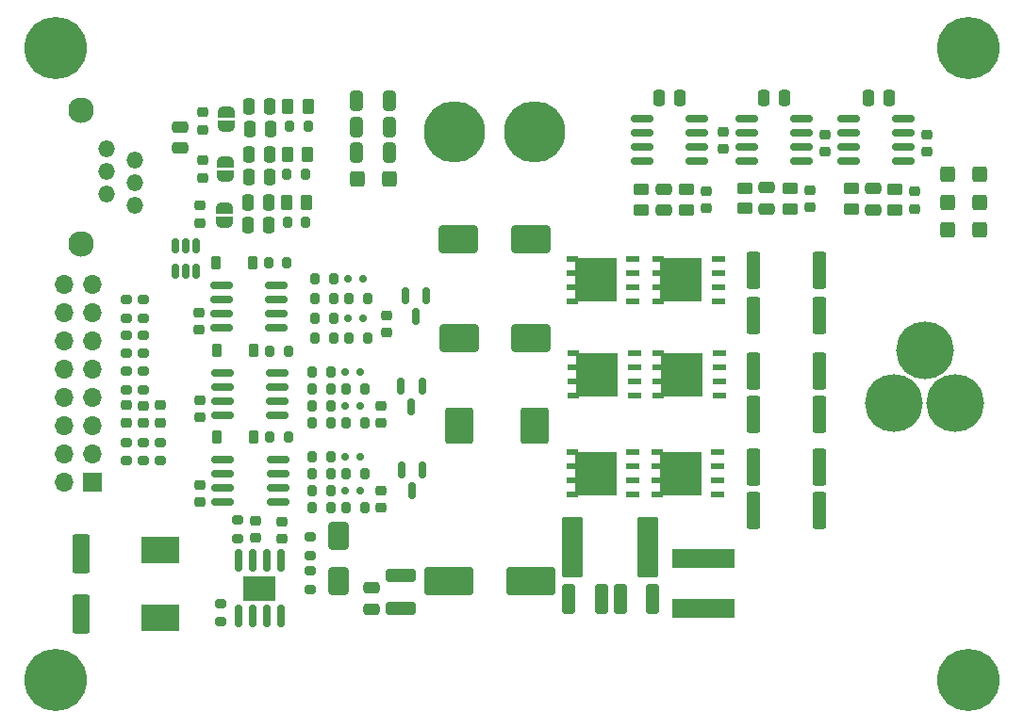
<source format=gbr>
%TF.GenerationSoftware,KiCad,Pcbnew,8.0.1*%
%TF.CreationDate,2024-09-08T16:38:14+01:00*%
%TF.ProjectId,BaselineRP2040MotorController,42617365-6c69-46e6-9552-50323034304d,rev?*%
%TF.SameCoordinates,Original*%
%TF.FileFunction,Soldermask,Top*%
%TF.FilePolarity,Negative*%
%FSLAX46Y46*%
G04 Gerber Fmt 4.6, Leading zero omitted, Abs format (unit mm)*
G04 Created by KiCad (PCBNEW 8.0.1) date 2024-09-08 16:38:14*
%MOMM*%
%LPD*%
G01*
G04 APERTURE LIST*
G04 Aperture macros list*
%AMRoundRect*
0 Rectangle with rounded corners*
0 $1 Rounding radius*
0 $2 $3 $4 $5 $6 $7 $8 $9 X,Y pos of 4 corners*
0 Add a 4 corners polygon primitive as box body*
4,1,4,$2,$3,$4,$5,$6,$7,$8,$9,$2,$3,0*
0 Add four circle primitives for the rounded corners*
1,1,$1+$1,$2,$3*
1,1,$1+$1,$4,$5*
1,1,$1+$1,$6,$7*
1,1,$1+$1,$8,$9*
0 Add four rect primitives between the rounded corners*
20,1,$1+$1,$2,$3,$4,$5,0*
20,1,$1+$1,$4,$5,$6,$7,0*
20,1,$1+$1,$6,$7,$8,$9,0*
20,1,$1+$1,$8,$9,$2,$3,0*%
%AMFreePoly0*
4,1,19,0.500000,-0.750000,0.000000,-0.750000,0.000000,-0.744911,-0.071157,-0.744911,-0.207708,-0.704816,-0.327430,-0.627875,-0.420627,-0.520320,-0.479746,-0.390866,-0.500000,-0.250000,-0.500000,0.250000,-0.479746,0.390866,-0.420627,0.520320,-0.327430,0.627875,-0.207708,0.704816,-0.071157,0.744911,0.000000,0.744911,0.000000,0.750000,0.500000,0.750000,0.500000,-0.750000,0.500000,-0.750000,
$1*%
%AMFreePoly1*
4,1,19,0.000000,0.744911,0.071157,0.744911,0.207708,0.704816,0.327430,0.627875,0.420627,0.520320,0.479746,0.390866,0.500000,0.250000,0.500000,-0.250000,0.479746,-0.390866,0.420627,-0.520320,0.327430,-0.627875,0.207708,-0.704816,0.071157,-0.744911,0.000000,-0.744911,0.000000,-0.750000,-0.500000,-0.750000,-0.500000,0.750000,0.000000,0.750000,0.000000,0.744911,0.000000,0.744911,
$1*%
G04 Aperture macros list end*
%ADD10RoundRect,0.200000X0.275000X-0.200000X0.275000X0.200000X-0.275000X0.200000X-0.275000X-0.200000X0*%
%ADD11RoundRect,0.225000X0.250000X-0.225000X0.250000X0.225000X-0.250000X0.225000X-0.250000X-0.225000X0*%
%ADD12RoundRect,0.250000X-0.362500X-1.425000X0.362500X-1.425000X0.362500X1.425000X-0.362500X1.425000X0*%
%ADD13RoundRect,0.225000X0.225000X0.375000X-0.225000X0.375000X-0.225000X-0.375000X0.225000X-0.375000X0*%
%ADD14RoundRect,0.250000X-0.400000X-0.450000X0.400000X-0.450000X0.400000X0.450000X-0.400000X0.450000X0*%
%ADD15RoundRect,0.250000X0.262500X0.450000X-0.262500X0.450000X-0.262500X-0.450000X0.262500X-0.450000X0*%
%ADD16RoundRect,0.250000X-0.712500X-2.475000X0.712500X-2.475000X0.712500X2.475000X-0.712500X2.475000X0*%
%ADD17C,5.200000*%
%ADD18RoundRect,0.250000X1.100000X-0.325000X1.100000X0.325000X-1.100000X0.325000X-1.100000X-0.325000X0*%
%ADD19RoundRect,0.250000X-0.475000X0.250000X-0.475000X-0.250000X0.475000X-0.250000X0.475000X0.250000X0*%
%ADD20RoundRect,0.250000X1.950000X1.000000X-1.950000X1.000000X-1.950000X-1.000000X1.950000X-1.000000X0*%
%ADD21RoundRect,0.150000X0.150000X0.200000X-0.150000X0.200000X-0.150000X-0.200000X0.150000X-0.200000X0*%
%ADD22RoundRect,0.225000X-0.250000X0.225000X-0.250000X-0.225000X0.250000X-0.225000X0.250000X0.225000X0*%
%ADD23RoundRect,0.200000X0.200000X0.275000X-0.200000X0.275000X-0.200000X-0.275000X0.200000X-0.275000X0*%
%ADD24RoundRect,0.150000X-0.825000X-0.150000X0.825000X-0.150000X0.825000X0.150000X-0.825000X0.150000X0*%
%ADD25RoundRect,0.200000X-0.200000X-0.275000X0.200000X-0.275000X0.200000X0.275000X-0.200000X0.275000X0*%
%ADD26RoundRect,0.250000X0.450000X-0.262500X0.450000X0.262500X-0.450000X0.262500X-0.450000X-0.262500X0*%
%ADD27RoundRect,0.250000X-0.325000X-1.100000X0.325000X-1.100000X0.325000X1.100000X-0.325000X1.100000X0*%
%ADD28C,5.500000*%
%ADD29RoundRect,0.250000X-0.250000X-0.475000X0.250000X-0.475000X0.250000X0.475000X-0.250000X0.475000X0*%
%ADD30RoundRect,0.150000X-0.150000X0.512500X-0.150000X-0.512500X0.150000X-0.512500X0.150000X0.512500X0*%
%ADD31RoundRect,0.150000X-0.150000X0.587500X-0.150000X-0.587500X0.150000X-0.587500X0.150000X0.587500X0*%
%ADD32R,3.500000X2.350000*%
%ADD33RoundRect,0.250000X0.325000X0.650000X-0.325000X0.650000X-0.325000X-0.650000X0.325000X-0.650000X0*%
%ADD34RoundRect,0.250000X1.500000X1.000000X-1.500000X1.000000X-1.500000X-1.000000X1.500000X-1.000000X0*%
%ADD35RoundRect,0.250000X0.250000X0.475000X-0.250000X0.475000X-0.250000X-0.475000X0.250000X-0.475000X0*%
%ADD36C,2.300000*%
%ADD37O,1.500000X1.500000*%
%ADD38RoundRect,0.250000X-0.550000X1.500000X-0.550000X-1.500000X0.550000X-1.500000X0.550000X1.500000X0*%
%ADD39R,1.270000X0.610000*%
%ADD40R,3.810000X3.910000*%
%ADD41R,1.020000X0.610000*%
%ADD42RoundRect,0.200000X-0.275000X0.200000X-0.275000X-0.200000X0.275000X-0.200000X0.275000X0.200000X0*%
%ADD43RoundRect,0.250000X0.475000X-0.250000X0.475000X0.250000X-0.475000X0.250000X-0.475000X-0.250000X0*%
%ADD44C,3.600000*%
%ADD45C,5.600000*%
%ADD46RoundRect,0.150000X0.150000X-0.825000X0.150000X0.825000X-0.150000X0.825000X-0.150000X-0.825000X0*%
%ADD47R,3.000000X2.290000*%
%ADD48FreePoly0,90.000000*%
%ADD49FreePoly1,90.000000*%
%ADD50RoundRect,0.250000X-1.000000X1.400000X-1.000000X-1.400000X1.000000X-1.400000X1.000000X1.400000X0*%
%ADD51R,1.700000X1.700000*%
%ADD52O,1.700000X1.700000*%
%ADD53R,5.700000X1.700000*%
%ADD54RoundRect,0.250000X0.400000X0.450000X-0.400000X0.450000X-0.400000X-0.450000X0.400000X-0.450000X0*%
%ADD55RoundRect,0.250000X-0.650000X1.000000X-0.650000X-1.000000X0.650000X-1.000000X0.650000X1.000000X0*%
G04 APERTURE END LIST*
D10*
%TO.C,R5*%
X160274002Y-83946000D03*
X160274000Y-82296002D03*
%TD*%
%TO.C,R11*%
X160273997Y-71120000D03*
X160273995Y-69470002D03*
%TD*%
D11*
%TO.C,C43*%
X167103518Y-54162611D03*
X167103522Y-52612615D03*
%TD*%
D12*
%TO.C,R47*%
X216579000Y-84518000D03*
X222504000Y-84518000D03*
%TD*%
D13*
%TO.C,D10*%
X171690744Y-81811391D03*
X168390742Y-81811397D03*
%TD*%
D14*
%TO.C,D5*%
X233993869Y-63132285D03*
X236893869Y-63132285D03*
%TD*%
D15*
%TO.C,R55*%
X176548516Y-56435611D03*
X174723520Y-56435613D03*
%TD*%
D16*
%TO.C,F1*%
X200320501Y-91694001D03*
X207095499Y-91693999D03*
%TD*%
D17*
%TO.C,J3*%
X231948719Y-73978431D03*
X229198719Y-78741569D03*
X234696000Y-78740000D03*
%TD*%
D18*
%TO.C,C51*%
X184912002Y-97233002D03*
X184911998Y-94282998D03*
%TD*%
D19*
%TO.C,C30*%
X227300043Y-59475463D03*
X227300043Y-61375463D03*
%TD*%
D20*
%TO.C,C49*%
X196596000Y-94742000D03*
X189195998Y-94741996D03*
%TD*%
D21*
%TO.C,D11*%
X179894003Y-83566000D03*
X181294003Y-83566000D03*
%TD*%
D12*
%TO.C,R22*%
X216578997Y-70866000D03*
X222503997Y-70866000D03*
%TD*%
D22*
%TO.C,C2*%
X160273997Y-78955012D03*
X160274001Y-80505004D03*
%TD*%
D23*
%TO.C,R18*%
X181926999Y-69341998D03*
X180277001Y-69342002D03*
%TD*%
D11*
%TO.C,C23*%
X183133998Y-80530998D03*
X183134002Y-78981002D03*
%TD*%
D10*
%TO.C,R36*%
X161797999Y-77532999D03*
X161797997Y-75883001D03*
%TD*%
D24*
%TO.C,U8*%
X215965001Y-53213000D03*
X215964998Y-54482998D03*
X215964999Y-55753001D03*
X215965001Y-57023000D03*
X220914999Y-57023000D03*
X220915002Y-55753002D03*
X220915001Y-54482999D03*
X220914999Y-53213000D03*
%TD*%
D25*
%TO.C,R16*%
X177229000Y-69342000D03*
X178879000Y-69342000D03*
%TD*%
D26*
%TO.C,R45*%
X225334555Y-61310226D03*
X225334553Y-59485228D03*
%TD*%
%TO.C,R32*%
X215764745Y-61262427D03*
X215764743Y-59437429D03*
%TD*%
D23*
%TO.C,R31*%
X181673001Y-77469995D03*
X180022999Y-77470005D03*
%TD*%
D13*
%TO.C,D6*%
X171703997Y-74040997D03*
X168403995Y-74041003D03*
%TD*%
D27*
%TO.C,C64*%
X204586756Y-96373924D03*
X207536758Y-96373920D03*
%TD*%
D19*
%TO.C,C18*%
X208534000Y-59503049D03*
X208534000Y-61403049D03*
%TD*%
D28*
%TO.C,J4*%
X189693999Y-54356000D03*
X196894001Y-54356000D03*
%TD*%
D15*
%TO.C,R53*%
X176592996Y-52115998D03*
X174768000Y-52116000D03*
%TD*%
D29*
%TO.C,C44*%
X171324996Y-54147998D03*
X173224996Y-54147998D03*
%TD*%
D25*
%TO.C,R25*%
X173150787Y-74062751D03*
X174800787Y-74062751D03*
%TD*%
D15*
%TO.C,R51*%
X176454972Y-60709999D03*
X174629976Y-60710001D03*
%TD*%
D10*
%TO.C,R37*%
X160273998Y-77532999D03*
X160273996Y-75883001D03*
%TD*%
D12*
%TO.C,R21*%
X216579000Y-66802000D03*
X222504000Y-66802000D03*
%TD*%
D25*
%TO.C,R26*%
X176975000Y-75916000D03*
X178625000Y-75916000D03*
%TD*%
D14*
%TO.C,D13*%
X234008000Y-58166000D03*
X236908000Y-58166000D03*
%TD*%
D11*
%TO.C,C26*%
X221650000Y-61159241D03*
X221650000Y-59609241D03*
%TD*%
D10*
%TO.C,R57*%
X170274004Y-90914374D03*
X170273994Y-89264374D03*
%TD*%
D30*
%TO.C,U11*%
X166557997Y-64648501D03*
X165607997Y-64648501D03*
X164657997Y-64648499D03*
X164657997Y-66923499D03*
X165607997Y-66923499D03*
X166557997Y-66923501D03*
%TD*%
D31*
%TO.C,Q2*%
X186812002Y-77216000D03*
X184912000Y-77216000D03*
X185862003Y-79090999D03*
%TD*%
D26*
%TO.C,R46*%
X229289212Y-61359399D03*
X229289210Y-59534401D03*
%TD*%
D32*
%TO.C,L1*%
X163322000Y-98021000D03*
X163322000Y-91971000D03*
%TD*%
D25*
%TO.C,R13*%
X177228997Y-67564000D03*
X178878997Y-67564000D03*
%TD*%
D29*
%TO.C,C47*%
X171261997Y-58466000D03*
X173161997Y-58466000D03*
%TD*%
D33*
%TO.C,C35*%
X183883237Y-53922110D03*
X180933235Y-53922114D03*
%TD*%
D34*
%TO.C,C37*%
X196608785Y-72914679D03*
X190108781Y-72914683D03*
%TD*%
D35*
%TO.C,C31*%
X228788000Y-51308000D03*
X226888000Y-51308000D03*
%TD*%
D36*
%TO.C,J2*%
X156195997Y-52417997D03*
X156195996Y-64417999D03*
D37*
X160995997Y-60967997D03*
X158495997Y-59947999D03*
X161035997Y-58928000D03*
X158495998Y-57907999D03*
X161035997Y-56887998D03*
X158495996Y-55867997D03*
%TD*%
D25*
%TO.C,R29*%
X176975000Y-77470000D03*
X178625000Y-77470000D03*
%TD*%
%TO.C,R39*%
X176975003Y-83566000D03*
X178625003Y-83566000D03*
%TD*%
D38*
%TO.C,C60*%
X156209999Y-92296000D03*
X156209995Y-97696000D03*
%TD*%
D24*
%TO.C,U5*%
X168793450Y-68199000D03*
X168793449Y-69468999D03*
X168793449Y-70739001D03*
X168793451Y-72009000D03*
X173743450Y-72009000D03*
X173743451Y-70739001D03*
X173743451Y-69468999D03*
X173743449Y-68199000D03*
%TD*%
D29*
%TO.C,C41*%
X171178474Y-62742000D03*
X173078474Y-62742000D03*
%TD*%
D11*
%TO.C,C55*%
X171827381Y-90865683D03*
X171827381Y-89315683D03*
%TD*%
D10*
%TO.C,R4*%
X161798000Y-83946000D03*
X161797990Y-82296000D03*
%TD*%
D14*
%TO.C,D9*%
X234008000Y-60706000D03*
X236908000Y-60706000D03*
%TD*%
D31*
%TO.C,Q1*%
X187198000Y-69088000D03*
X185297997Y-69088001D03*
X186248000Y-70963000D03*
%TD*%
D25*
%TO.C,R15*%
X180277000Y-72898000D03*
X181927000Y-72898000D03*
%TD*%
D27*
%TO.C,C65*%
X199954603Y-96377211D03*
X202904603Y-96377211D03*
%TD*%
D39*
%TO.C,AL3*%
X213360000Y-85724999D03*
X213360000Y-84454999D03*
X213359997Y-86995000D03*
X213360001Y-83185000D03*
D40*
X209999999Y-85090000D03*
D41*
X207895000Y-83185001D03*
X207894998Y-84455003D03*
X207894997Y-86994999D03*
X207894996Y-85725001D03*
%TD*%
D42*
%TO.C,R56*%
X168734090Y-96775263D03*
X168734096Y-98425261D03*
%TD*%
D24*
%TO.C,U6*%
X206567001Y-53213000D03*
X206566998Y-54482998D03*
X206566999Y-55753001D03*
X206567003Y-57022999D03*
X211516999Y-57023000D03*
X211517002Y-55753002D03*
X211517001Y-54482999D03*
X211516997Y-53213001D03*
%TD*%
D25*
%TO.C,R42*%
X176975003Y-85090000D03*
X178625003Y-85090000D03*
%TD*%
D43*
%TO.C,C48*%
X165100000Y-55814000D03*
X165100000Y-53914000D03*
%TD*%
D22*
%TO.C,C3*%
X163321995Y-78955012D03*
X163321999Y-80505004D03*
%TD*%
D39*
%TO.C,AL1*%
X213432010Y-67055995D03*
X213432009Y-68325997D03*
X213432006Y-69595995D03*
X213432011Y-65785996D03*
D40*
X210072007Y-67690995D03*
D41*
X207967006Y-68325992D03*
X207967005Y-67055994D03*
X207967005Y-65786000D03*
X207967004Y-69595990D03*
%TD*%
D39*
%TO.C,AL2*%
X213490001Y-76834999D03*
X213490001Y-75564999D03*
X213489998Y-78105000D03*
X213490002Y-74295000D03*
D40*
X210130000Y-76200000D03*
D41*
X208025001Y-74295001D03*
X208024999Y-75565003D03*
X208024998Y-78104999D03*
X208024997Y-76835001D03*
%TD*%
D11*
%TO.C,C20*%
X212343998Y-61226998D03*
X212344002Y-59677002D03*
%TD*%
D39*
%TO.C,AH2*%
X205870001Y-76834999D03*
X205870001Y-75564999D03*
X205869998Y-78105000D03*
X205870002Y-74295000D03*
D40*
X202510000Y-76200000D03*
D41*
X200405001Y-74295001D03*
X200404999Y-75565003D03*
X200404998Y-78104999D03*
X200404997Y-76835001D03*
%TD*%
D11*
%TO.C,C46*%
X167103518Y-58480611D03*
X167103522Y-56930615D03*
%TD*%
D10*
%TO.C,R58*%
X176769188Y-92442921D03*
X176769178Y-90792919D03*
%TD*%
D29*
%TO.C,C39*%
X171178474Y-60706000D03*
X173078474Y-60706000D03*
%TD*%
D19*
%TO.C,C24*%
X217736742Y-59399928D03*
X217736742Y-61299928D03*
%TD*%
D26*
%TO.C,R19*%
X206502001Y-61393858D03*
X206501999Y-59568860D03*
%TD*%
D44*
%TO.C,H2*%
X235900000Y-103600000D03*
D45*
X235900000Y-103600000D03*
%TD*%
D25*
%TO.C,R12*%
X173024314Y-66175595D03*
X174674314Y-66175595D03*
%TD*%
%TO.C,R14*%
X177229000Y-71120000D03*
X178879000Y-71120000D03*
%TD*%
%TO.C,R17*%
X177229000Y-72898000D03*
X178879000Y-72898000D03*
%TD*%
%TO.C,R38*%
X173164997Y-81788000D03*
X174814997Y-81788000D03*
%TD*%
D12*
%TO.C,R35*%
X216579000Y-79756000D03*
X222504000Y-79756000D03*
%TD*%
D25*
%TO.C,R27*%
X176975000Y-78994000D03*
X178625000Y-78994000D03*
%TD*%
D22*
%TO.C,C33*%
X213867998Y-54343002D03*
X213868002Y-55892998D03*
%TD*%
D46*
%TO.C,U13*%
X170322999Y-97866999D03*
X171593001Y-97867001D03*
X172863007Y-97867004D03*
X174133002Y-97866998D03*
X174133003Y-92917003D03*
X172863001Y-92917001D03*
X171592995Y-92916998D03*
X170323000Y-92917004D03*
D47*
X172228001Y-95392001D03*
%TD*%
D11*
%TO.C,C17*%
X183641998Y-72390000D03*
X183642002Y-70840004D03*
%TD*%
D10*
%TO.C,R23*%
X161797997Y-74293998D03*
X161797995Y-72644000D03*
%TD*%
D12*
%TO.C,R34*%
X216579000Y-75882000D03*
X222504000Y-75882000D03*
%TD*%
D26*
%TO.C,R20*%
X210566001Y-61364499D03*
X210565999Y-59539501D03*
%TD*%
D11*
%TO.C,C22*%
X166877998Y-80022998D03*
X166878002Y-78473002D03*
%TD*%
D35*
%TO.C,C25*%
X219390000Y-51308000D03*
X217490000Y-51308000D03*
%TD*%
D33*
%TO.C,C38*%
X183896000Y-51562000D03*
X180945998Y-51562004D03*
%TD*%
D10*
%TO.C,R6*%
X163322001Y-83948447D03*
X163321999Y-82298449D03*
%TD*%
D21*
%TO.C,D3*%
X180148000Y-67564000D03*
X181548000Y-67564000D03*
%TD*%
D11*
%TO.C,C40*%
X166877995Y-62544611D03*
X166877999Y-60994615D03*
%TD*%
D35*
%TO.C,C45*%
X173161997Y-56434000D03*
X171261997Y-56434000D03*
%TD*%
D21*
%TO.C,D7*%
X179894000Y-75946000D03*
X181294000Y-75946000D03*
%TD*%
D25*
%TO.C,R43*%
X176975000Y-88138000D03*
X178625000Y-88138000D03*
%TD*%
D24*
%TO.C,U9*%
X168909997Y-83820000D03*
X168909997Y-85090000D03*
X168909997Y-86360000D03*
X168909997Y-87630000D03*
X173859997Y-87630000D03*
X173859997Y-86360000D03*
X173859997Y-85090000D03*
X173859997Y-83820000D03*
%TD*%
D13*
%TO.C,D2*%
X171575998Y-66166997D03*
X168275996Y-66167003D03*
%TD*%
D23*
%TO.C,R44*%
X181673002Y-85089998D03*
X180023004Y-85090002D03*
%TD*%
D43*
%TO.C,C52*%
X182271164Y-97279818D03*
X182271164Y-95379818D03*
%TD*%
D26*
%TO.C,R33*%
X219900001Y-61299954D03*
X219899999Y-59474956D03*
%TD*%
D44*
%TO.C,H3*%
X153900000Y-46850000D03*
D45*
X153900000Y-46850000D03*
%TD*%
D48*
%TO.C,JP3*%
X169163998Y-58354000D03*
D49*
X169163996Y-57054000D03*
%TD*%
D34*
%TO.C,C36*%
X196596000Y-64008000D03*
X190095996Y-64008004D03*
%TD*%
D35*
%TO.C,C42*%
X173158996Y-52115998D03*
X171258996Y-52115998D03*
%TD*%
D23*
%TO.C,R50*%
X176367473Y-62530002D03*
X174717475Y-62529998D03*
%TD*%
D11*
%TO.C,C28*%
X166877998Y-87655996D03*
X166878002Y-86106000D03*
%TD*%
D50*
%TO.C,D15*%
X196947999Y-80771998D03*
X190148001Y-80772002D03*
%TD*%
D31*
%TO.C,Q3*%
X186877999Y-84739001D03*
X184977997Y-84739001D03*
X185928000Y-86614000D03*
%TD*%
D48*
%TO.C,JP1*%
X169095047Y-62488000D03*
D49*
X169095045Y-61188000D03*
%TD*%
D39*
%TO.C,AH3*%
X205740000Y-85724999D03*
X205740000Y-84454999D03*
X205739997Y-86995000D03*
X205740001Y-83185000D03*
D40*
X202379999Y-85090000D03*
D41*
X200275000Y-83185001D03*
X200274998Y-84455003D03*
X200274997Y-86994999D03*
X200274996Y-85725001D03*
%TD*%
D39*
%TO.C,AH1*%
X205740004Y-67056000D03*
X205740003Y-68326002D03*
X205740000Y-69596000D03*
X205740005Y-65786001D03*
D40*
X202380001Y-67691000D03*
D41*
X200275000Y-68325997D03*
X200274999Y-67055999D03*
X200274999Y-65786005D03*
X200274998Y-69595995D03*
%TD*%
D24*
%TO.C,U7*%
X168893379Y-76037088D03*
X168893379Y-77307088D03*
X168893379Y-78577088D03*
X168893379Y-79847088D03*
X173843379Y-79847088D03*
X173843379Y-78577088D03*
X173843379Y-77307088D03*
X173843379Y-76037088D03*
%TD*%
D51*
%TO.C,J5*%
X157225998Y-85851999D03*
D52*
X154685998Y-85851999D03*
X157225998Y-83311999D03*
X154686000Y-83312000D03*
X157225995Y-80772000D03*
X154685999Y-80772001D03*
X157225998Y-78231999D03*
X154685997Y-78232000D03*
X157225999Y-75691999D03*
X154685996Y-75691999D03*
X157225996Y-73152000D03*
X154685998Y-73151999D03*
X157225998Y-70611999D03*
X154685997Y-70611997D03*
X157225995Y-68071997D03*
X154685997Y-68072000D03*
%TD*%
D11*
%TO.C,C29*%
X183133999Y-88165495D03*
X183133999Y-86615495D03*
%TD*%
D22*
%TO.C,C57*%
X174243998Y-89395004D03*
X174244002Y-90944996D03*
%TD*%
D53*
%TO.C,L3*%
X212090000Y-92746001D03*
X212090000Y-97245999D03*
%TD*%
D21*
%TO.C,D8*%
X179894000Y-78964000D03*
X181294000Y-78964000D03*
%TD*%
D33*
%TO.C,C34*%
X183883238Y-56259056D03*
X180933236Y-56259060D03*
%TD*%
D21*
%TO.C,D4*%
X180148000Y-71120000D03*
X181548000Y-71120000D03*
%TD*%
D12*
%TO.C,R48*%
X216579000Y-88392000D03*
X222504000Y-88392000D03*
%TD*%
D22*
%TO.C,C21*%
X232155998Y-54597002D03*
X232156002Y-56146998D03*
%TD*%
D10*
%TO.C,R10*%
X161797998Y-71124474D03*
X161797996Y-69474476D03*
%TD*%
D11*
%TO.C,C16*%
X166769144Y-72137834D03*
X166769140Y-70587836D03*
%TD*%
D25*
%TO.C,R41*%
X180023003Y-88138000D03*
X181673003Y-88138000D03*
%TD*%
D21*
%TO.C,D12*%
X179894000Y-86614000D03*
X181294000Y-86614000D03*
%TD*%
D25*
%TO.C,R30*%
X176975000Y-80518000D03*
X178625000Y-80518000D03*
%TD*%
D24*
%TO.C,U10*%
X225109001Y-53213000D03*
X225108998Y-54482998D03*
X225108999Y-55753001D03*
X225109003Y-57022999D03*
X230058999Y-57023000D03*
X230059002Y-55753002D03*
X230059001Y-54482999D03*
X230058997Y-53213001D03*
%TD*%
D11*
%TO.C,C32*%
X231019566Y-61282073D03*
X231019570Y-59732077D03*
%TD*%
D10*
%TO.C,R59*%
X176769188Y-95490921D03*
X176769178Y-93840919D03*
%TD*%
D22*
%TO.C,C27*%
X223011998Y-54597002D03*
X223012002Y-56146998D03*
%TD*%
D44*
%TO.C,H4*%
X235900000Y-46850000D03*
D45*
X235900000Y-46850000D03*
%TD*%
D23*
%TO.C,R54*%
X176338996Y-58212002D03*
X174688998Y-58211998D03*
%TD*%
D48*
%TO.C,JP2*%
X169226996Y-53893998D03*
D49*
X169226994Y-52593998D03*
%TD*%
D44*
%TO.C,H1*%
X153900000Y-103600000D03*
D45*
X153900000Y-103600000D03*
%TD*%
D22*
%TO.C,C1*%
X161797997Y-78968008D03*
X161798001Y-80518000D03*
%TD*%
D35*
%TO.C,C19*%
X209992000Y-51308000D03*
X208092000Y-51308000D03*
%TD*%
D25*
%TO.C,R40*%
X176975000Y-86614000D03*
X178625000Y-86614000D03*
%TD*%
D10*
%TO.C,R24*%
X160273997Y-74293998D03*
X160273995Y-72644000D03*
%TD*%
D54*
%TO.C,D14*%
X183862234Y-58618678D03*
X180962234Y-58618678D03*
%TD*%
D23*
%TO.C,R52*%
X176592996Y-53893998D03*
X174942998Y-53894002D03*
%TD*%
D55*
%TO.C,D16*%
X179324000Y-90709995D03*
X179324000Y-94710005D03*
%TD*%
D25*
%TO.C,R28*%
X180023000Y-80518000D03*
X181673000Y-80518000D03*
%TD*%
M02*

</source>
